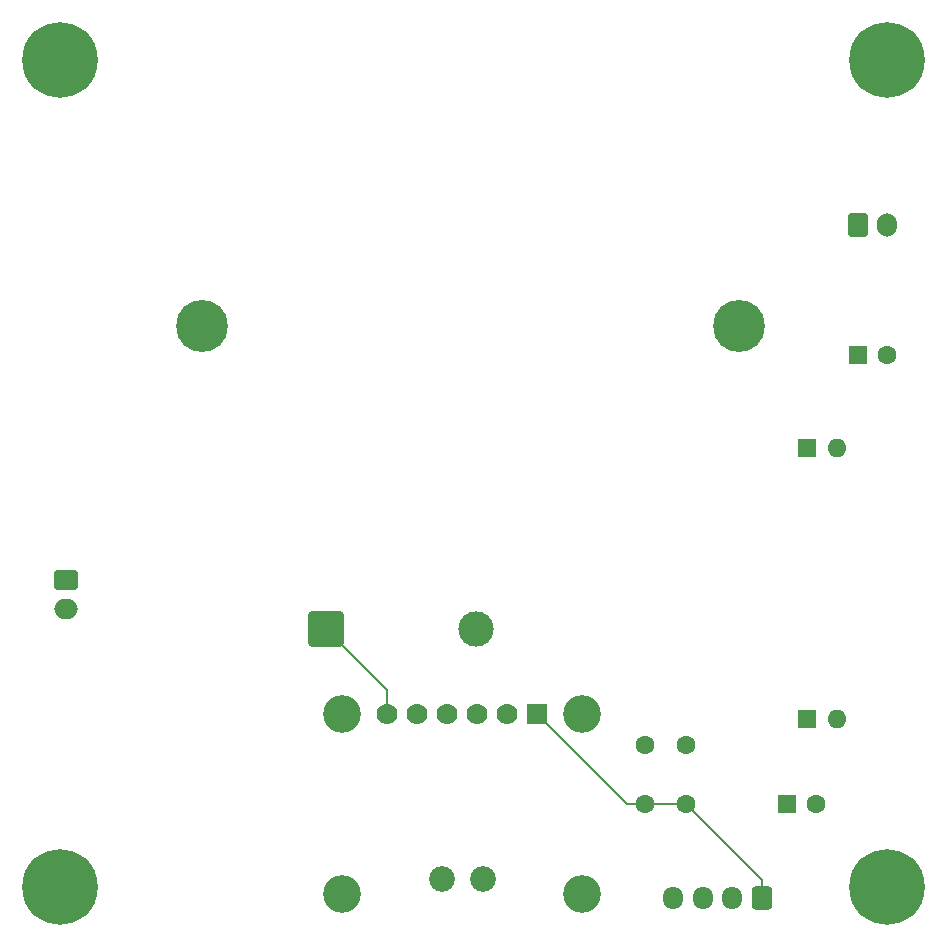
<source format=gbr>
%TF.GenerationSoftware,KiCad,Pcbnew,9.0.4*%
%TF.CreationDate,2025-10-26T00:43:48+05:45*%
%TF.ProjectId,battery_board,62617474-6572-4795-9f62-6f6172642e6b,rev?*%
%TF.SameCoordinates,Original*%
%TF.FileFunction,Copper,L2,Bot*%
%TF.FilePolarity,Positive*%
%FSLAX46Y46*%
G04 Gerber Fmt 4.6, Leading zero omitted, Abs format (unit mm)*
G04 Created by KiCad (PCBNEW 9.0.4) date 2025-10-26 00:43:48*
%MOMM*%
%LPD*%
G01*
G04 APERTURE LIST*
G04 Aperture macros list*
%AMRoundRect*
0 Rectangle with rounded corners*
0 $1 Rounding radius*
0 $2 $3 $4 $5 $6 $7 $8 $9 X,Y pos of 4 corners*
0 Add a 4 corners polygon primitive as box body*
4,1,4,$2,$3,$4,$5,$6,$7,$8,$9,$2,$3,0*
0 Add four circle primitives for the rounded corners*
1,1,$1+$1,$2,$3*
1,1,$1+$1,$4,$5*
1,1,$1+$1,$6,$7*
1,1,$1+$1,$8,$9*
0 Add four rect primitives between the rounded corners*
20,1,$1+$1,$2,$3,$4,$5,0*
20,1,$1+$1,$4,$5,$6,$7,0*
20,1,$1+$1,$6,$7,$8,$9,0*
20,1,$1+$1,$8,$9,$2,$3,0*%
G04 Aperture macros list end*
%TA.AperFunction,ComponentPad*%
%ADD10C,0.800000*%
%TD*%
%TA.AperFunction,ComponentPad*%
%ADD11C,6.400000*%
%TD*%
%TA.AperFunction,ComponentPad*%
%ADD12RoundRect,0.250000X-0.550000X-0.550000X0.550000X-0.550000X0.550000X0.550000X-0.550000X0.550000X0*%
%TD*%
%TA.AperFunction,ComponentPad*%
%ADD13C,1.600000*%
%TD*%
%TA.AperFunction,ComponentPad*%
%ADD14RoundRect,0.249999X1.250001X-1.250001X1.250001X1.250001X-1.250001X1.250001X-1.250001X-1.250001X0*%
%TD*%
%TA.AperFunction,ComponentPad*%
%ADD15C,3.000000*%
%TD*%
%TA.AperFunction,ComponentPad*%
%ADD16R,1.778000X1.778000*%
%TD*%
%TA.AperFunction,ComponentPad*%
%ADD17C,1.778000*%
%TD*%
%TA.AperFunction,ComponentPad*%
%ADD18C,3.200000*%
%TD*%
%TA.AperFunction,ComponentPad*%
%ADD19C,2.184400*%
%TD*%
%TA.AperFunction,ComponentPad*%
%ADD20RoundRect,0.250000X-0.750000X0.600000X-0.750000X-0.600000X0.750000X-0.600000X0.750000X0.600000X0*%
%TD*%
%TA.AperFunction,ComponentPad*%
%ADD21O,2.000000X1.700000*%
%TD*%
%TA.AperFunction,ComponentPad*%
%ADD22C,4.400000*%
%TD*%
%TA.AperFunction,ComponentPad*%
%ADD23RoundRect,0.250000X0.600000X0.725000X-0.600000X0.725000X-0.600000X-0.725000X0.600000X-0.725000X0*%
%TD*%
%TA.AperFunction,ComponentPad*%
%ADD24O,1.700000X1.950000*%
%TD*%
%TA.AperFunction,ComponentPad*%
%ADD25RoundRect,0.250000X-0.600000X-0.750000X0.600000X-0.750000X0.600000X0.750000X-0.600000X0.750000X0*%
%TD*%
%TA.AperFunction,ComponentPad*%
%ADD26O,1.700000X2.000000*%
%TD*%
%TA.AperFunction,ComponentPad*%
%ADD27R,1.600000X1.600000*%
%TD*%
%TA.AperFunction,ComponentPad*%
%ADD28O,1.600000X1.600000*%
%TD*%
%TA.AperFunction,Conductor*%
%ADD29C,0.200000*%
%TD*%
G04 APERTURE END LIST*
D10*
%TO.P,REF\u002A\u002A,1*%
%TO.N,N/C*%
X107100000Y-125500000D03*
X107802944Y-123802944D03*
X107802944Y-127197056D03*
X109500000Y-123100000D03*
D11*
X109500000Y-125500000D03*
D10*
X109500000Y-127900000D03*
X111197056Y-123802944D03*
X111197056Y-127197056D03*
X111900000Y-125500000D03*
%TD*%
D12*
%TO.P,C2,1*%
%TO.N,/+3v6*%
X171000000Y-118500000D03*
D13*
%TO.P,C2,2*%
%TO.N,/gnd*%
X173500000Y-118500000D03*
%TD*%
D14*
%TO.P,BT1,1,+*%
%TO.N,/+3v6*%
X132000000Y-103660000D03*
D15*
%TO.P,BT1,2,-*%
%TO.N,/gnd*%
X144700000Y-103660000D03*
%TD*%
D16*
%TO.P,U1,1,VCC*%
%TO.N,Net-(J3-Pin_1)*%
X149850000Y-110880000D03*
D17*
%TO.P,U1,2,GND*%
%TO.N,Net-(J3-Pin_2)*%
X147310000Y-110880000D03*
%TO.P,U1,3,SCL*%
%TO.N,Net-(J3-Pin_3)*%
X144770000Y-110880000D03*
%TO.P,U1,4,SDA*%
%TO.N,Net-(J3-Pin_4)*%
X142230000Y-110880000D03*
%TO.P,U1,5,VIN-*%
%TO.N,/gnd*%
X139690000Y-110880000D03*
%TO.P,U1,6,VIN+*%
%TO.N,/+3v6*%
X137150000Y-110880000D03*
D18*
%TO.P,U1,SH1,SHIELD*%
%TO.N,unconnected-(U1-SHIELD-PadSH1)_3*%
X153660000Y-126120000D03*
%TO.P,U1,SH2,SHIELD*%
%TO.N,unconnected-(U1-SHIELD-PadSH1)*%
X133340000Y-126120000D03*
%TO.P,U1,SH3,SHIELD*%
%TO.N,unconnected-(U1-SHIELD-PadSH1)_2*%
X153660000Y-110880000D03*
%TO.P,U1,SH4,SHIELD*%
%TO.N,unconnected-(U1-SHIELD-PadSH1)_1*%
X133340000Y-110880000D03*
D19*
%TO.P,U1,VIN+,VIN+*%
%TO.N,/+3v6*%
X141800000Y-124850000D03*
%TO.P,U1,VIN-,VIN-*%
%TO.N,/gnd*%
X145300000Y-124850000D03*
%TD*%
D20*
%TO.P,J_BATT_OUT1,1,Pin_1*%
%TO.N,/+3v6*%
X110000000Y-99500000D03*
D21*
%TO.P,J_BATT_OUT1,2,Pin_2*%
%TO.N,/gnd*%
X110000000Y-102000000D03*
%TD*%
D22*
%TO.P,REF\u002A\u002A,1*%
%TO.N,N/C*%
X121500000Y-78000000D03*
%TD*%
D13*
%TO.P,C4,1*%
%TO.N,Net-(J3-Pin_1)*%
X162500000Y-118500000D03*
%TO.P,C4,2*%
%TO.N,Net-(J3-Pin_2)*%
X162500000Y-113500000D03*
%TD*%
D10*
%TO.P,REF\u002A\u002A,1*%
%TO.N,N/C*%
X107100000Y-55500000D03*
X107802944Y-53802944D03*
X107802944Y-57197056D03*
X109500000Y-53100000D03*
D11*
X109500000Y-55500000D03*
D10*
X109500000Y-57900000D03*
X111197056Y-53802944D03*
X111197056Y-57197056D03*
X111900000Y-55500000D03*
%TD*%
D13*
%TO.P,C3,1*%
%TO.N,Net-(J3-Pin_1)*%
X159000000Y-118500000D03*
%TO.P,C3,2*%
%TO.N,Net-(J3-Pin_2)*%
X159000000Y-113500000D03*
%TD*%
D12*
%TO.P,C1,1*%
%TO.N,Net-(J1-Pin_1)*%
X177000000Y-80500000D03*
D13*
%TO.P,C1,2*%
%TO.N,Net-(J1-Pin_2)*%
X179500000Y-80500000D03*
%TD*%
D23*
%TO.P,J3,1,Pin_1*%
%TO.N,Net-(J3-Pin_1)*%
X168900000Y-126500000D03*
D24*
%TO.P,J3,2,Pin_2*%
%TO.N,Net-(J3-Pin_2)*%
X166400000Y-126500000D03*
%TO.P,J3,3,Pin_3*%
%TO.N,Net-(J3-Pin_3)*%
X163900000Y-126500000D03*
%TO.P,J3,4,Pin_4*%
%TO.N,Net-(J3-Pin_4)*%
X161400000Y-126500000D03*
%TD*%
D25*
%TO.P,J2,1,Pin_1*%
%TO.N,Net-(J1-Pin_1)*%
X177000000Y-69500000D03*
D26*
%TO.P,J2,2,Pin_2*%
%TO.N,Net-(J1-Pin_2)*%
X179500000Y-69500000D03*
%TD*%
D27*
%TO.P,J1,1,Pin_1*%
%TO.N,Net-(J1-Pin_1)*%
X172755400Y-88360200D03*
D28*
%TO.P,J1,2,Pin_2*%
%TO.N,Net-(J1-Pin_2)*%
X175295400Y-88360200D03*
D27*
%TO.P,J1,3,Pin_3*%
%TO.N,/+3v6*%
X172679200Y-111296400D03*
D28*
%TO.P,J1,4,Pin_4*%
%TO.N,/gnd*%
X175219200Y-111296400D03*
%TD*%
D22*
%TO.P,REF\u002A\u002A,1*%
%TO.N,N/C*%
X167000000Y-78000000D03*
%TD*%
D10*
%TO.P,REF\u002A\u002A,1*%
%TO.N,N/C*%
X177100000Y-55500000D03*
X177802944Y-53802944D03*
X177802944Y-57197056D03*
X179500000Y-53100000D03*
D11*
X179500000Y-55500000D03*
D10*
X179500000Y-57900000D03*
X181197056Y-53802944D03*
X181197056Y-57197056D03*
X181900000Y-55500000D03*
%TD*%
%TO.P,REF\u002A\u002A,1*%
%TO.N,N/C*%
X177100000Y-125500000D03*
X177802944Y-123802944D03*
X177802944Y-127197056D03*
X179500000Y-123100000D03*
D11*
X179500000Y-125500000D03*
D10*
X179500000Y-127900000D03*
X181197056Y-123802944D03*
X181197056Y-127197056D03*
X181900000Y-125500000D03*
%TD*%
D29*
%TO.N,/+3v6*%
X137150000Y-110880000D02*
X137150000Y-108810000D01*
X137150000Y-108810000D02*
X132000000Y-103660000D01*
%TO.N,Net-(J3-Pin_1)*%
X162500000Y-118500000D02*
X159000000Y-118500000D01*
X168900000Y-126500000D02*
X168900000Y-124900000D01*
X157470000Y-118500000D02*
X149850000Y-110880000D01*
X168900000Y-124900000D02*
X162500000Y-118500000D01*
X159000000Y-118500000D02*
X157470000Y-118500000D01*
%TD*%
M02*

</source>
